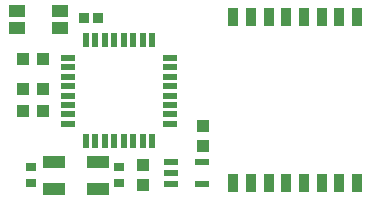
<source format=gtp>
G75*
%MOIN*%
%OFA0B0*%
%FSLAX25Y25*%
%IPPOS*%
%LPD*%
%AMOC8*
5,1,8,0,0,1.08239X$1,22.5*
%
%ADD10R,0.03543X0.06102*%
%ADD11R,0.02200X0.05000*%
%ADD12R,0.05000X0.02200*%
%ADD13R,0.07480X0.04331*%
%ADD14R,0.04331X0.03937*%
%ADD15R,0.03543X0.02756*%
%ADD16R,0.04724X0.02165*%
%ADD17R,0.03937X0.04331*%
%ADD18R,0.03346X0.03543*%
%ADD19R,0.05512X0.04134*%
D10*
X0160140Y0010952D03*
X0166046Y0010952D03*
X0171951Y0010952D03*
X0177857Y0010952D03*
X0183762Y0010952D03*
X0189668Y0010952D03*
X0195573Y0010952D03*
X0201479Y0010952D03*
X0201479Y0066267D03*
X0195573Y0066267D03*
X0189668Y0066267D03*
X0183762Y0066267D03*
X0177857Y0066267D03*
X0171951Y0066267D03*
X0166046Y0066267D03*
X0160140Y0066267D03*
D11*
X0133127Y0058635D03*
X0129978Y0058635D03*
X0126828Y0058635D03*
X0123679Y0058635D03*
X0120529Y0058635D03*
X0117379Y0058635D03*
X0114230Y0058635D03*
X0111080Y0058635D03*
X0111080Y0024835D03*
X0114230Y0024835D03*
X0117379Y0024835D03*
X0120529Y0024835D03*
X0123679Y0024835D03*
X0126828Y0024835D03*
X0129978Y0024835D03*
X0133127Y0024835D03*
D12*
X0139004Y0030711D03*
X0139004Y0033861D03*
X0139004Y0037010D03*
X0139004Y0040160D03*
X0139004Y0043310D03*
X0139004Y0046459D03*
X0139004Y0049609D03*
X0139004Y0052758D03*
X0105204Y0052758D03*
X0105204Y0049609D03*
X0105204Y0046459D03*
X0105204Y0043310D03*
X0105204Y0040160D03*
X0105204Y0037010D03*
X0105204Y0033861D03*
X0105204Y0030711D03*
D13*
X0100445Y0018137D03*
X0115012Y0018137D03*
X0115012Y0009082D03*
X0100445Y0009082D03*
D14*
X0096700Y0034860D03*
X0090007Y0034860D03*
X0090007Y0042360D03*
X0096700Y0042360D03*
X0096700Y0052360D03*
X0090007Y0052360D03*
D15*
X0092729Y0011051D03*
X0092729Y0016169D03*
X0122104Y0016169D03*
X0122104Y0011051D03*
D16*
X0139485Y0010495D03*
X0149722Y0010495D03*
X0139485Y0014235D03*
X0139485Y0017975D03*
X0149722Y0017975D03*
D17*
X0150229Y0023388D03*
X0130229Y0016956D03*
X0130229Y0010263D03*
X0150229Y0030081D03*
D18*
X0115012Y0066110D03*
X0110445Y0066110D03*
D19*
X0102315Y0068339D03*
X0088142Y0068339D03*
X0088142Y0062630D03*
X0102315Y0062630D03*
M02*

</source>
